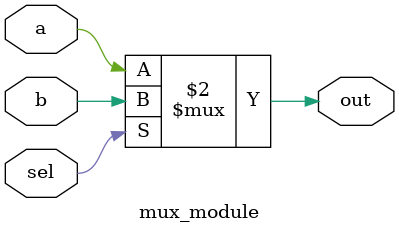
<source format=v>

`timescale 1ns / 100ps

module mux_module(
    //Todo: define inputs here
	input a,
	input b,
	input sel,
	output out
    );

    //Todo: define registers and wires here
	wire out;

    //Todo: define your logic here
	assign #5 out=(sel==0)?a:
		  b;

endmodule

</source>
